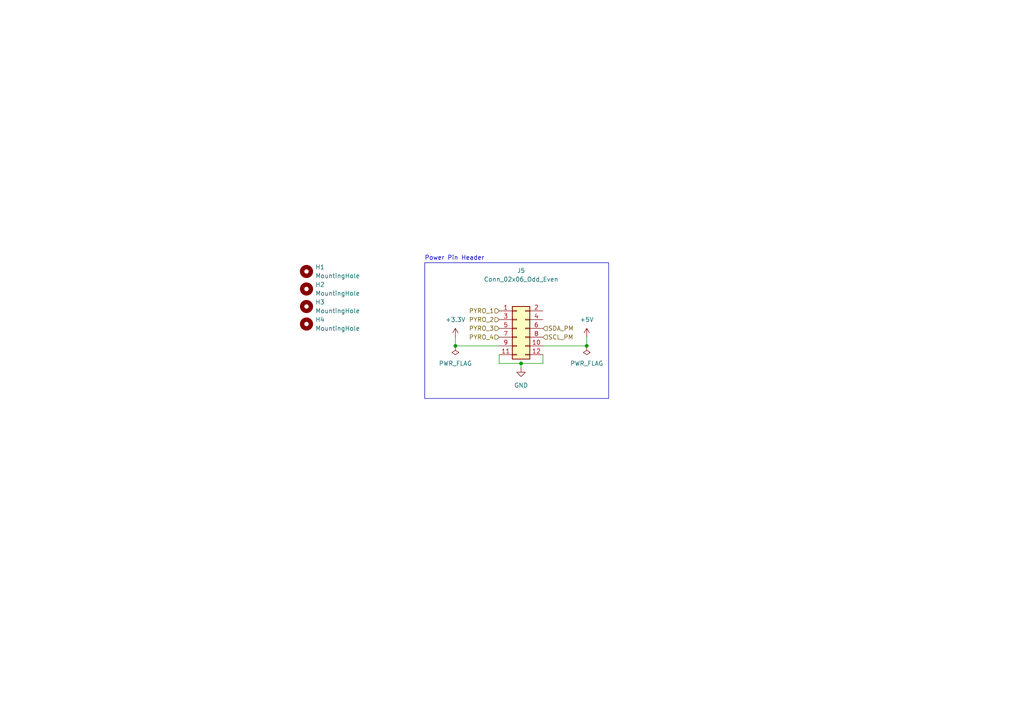
<source format=kicad_sch>
(kicad_sch (version 20231120) (generator "eeschema") (generator_version "8.0")
  (paper "A4")
  (lib_symbols
    (symbol "Connector_Generic:Conn_02x06_Odd_Even" (pin_names (offset 1.016) hide)
      (property "Reference" "J" (at 1.27 7.62 0))
      (property "Value" "Conn_02x06_Odd_Even" (at 1.27 -10.16 0))
      (symbol "Conn_02x06_Odd_Even_1_1"
        (rectangle (start -1.27 -7.493) (end 0 -7.747) (stroke (width 0.1524)))
        (rectangle (start -1.27 -4.953) (end 0 -5.207) (stroke (width 0.1524)))
        (rectangle (start -1.27 -2.413) (end 0 -2.667) (stroke (width 0.1524)))
        (rectangle (start -1.27 0.127) (end 0 -0.127) (stroke (width 0.1524)))
        (rectangle (start -1.27 2.667) (end 0 2.413) (stroke (width 0.1524)))
        (rectangle (start -1.27 5.207) (end 0 4.953) (stroke (width 0.1524)))
        (rectangle (start -1.27 6.35) (end 3.81 -8.89) (stroke (width 0.254)) (fill (type background)))
        (rectangle (start 3.81 -7.493) (end 2.54 -7.747) (stroke (width 0.1524)))
        (rectangle (start 3.81 -4.953) (end 2.54 -5.207) (stroke (width 0.1524)))
        (rectangle (start 3.81 -2.413) (end 2.54 -2.667) (stroke (width 0.1524)))
        (rectangle (start 3.81 0.127) (end 2.54 -0.127) (stroke (width 0.1524)))
        (rectangle (start 3.81 2.667) (end 2.54 2.413) (stroke (width 0.1524)))
        (rectangle (start 3.81 5.207) (end 2.54 4.953) (stroke (width 0.1524)))
        (pin passive line (at -5.08 5.08 0) (length 3.81) (name "Pin_1") (number "1"))
        (pin passive line (at 7.62 -5.08 180) (length 3.81) (name "Pin_10") (number "10"))
        (pin passive line (at -5.08 -7.62 0) (length 3.81) (name "Pin_11") (number "11"))
        (pin passive line (at 7.62 -7.62 180) (length 3.81) (name "Pin_12") (number "12"))
        (pin passive line (at 7.62 5.08 180) (length 3.81) (name "Pin_2") (number "2"))
        (pin passive line (at -5.08 2.54 0) (length 3.81) (name "Pin_3") (number "3"))
        (pin passive line (at 7.62 2.54 180) (length 3.81) (name "Pin_4") (number "4"))
        (pin passive line (at -5.08 0 0) (length 3.81) (name "Pin_5") (number "5"))
        (pin passive line (at 7.62 0 180) (length 3.81) (name "Pin_6") (number "6"))
        (pin passive line (at -5.08 -2.54 0) (length 3.81) (name "Pin_7") (number "7"))
        (pin passive line (at 7.62 -2.54 180) (length 3.81) (name "Pin_8") (number "8"))
        (pin passive line (at -5.08 -5.08 0) (length 3.81) (name "Pin_9") (number "9"))
      )
    )
    (symbol "Mechanical:MountingHole" (pin_names (offset 1.016)) (exclude_from_sim yes) (in_bom no)
      (property "Reference" "H" (at 0 5.08 0))
      (property "Value" "MountingHole" (at 0 3.175 0))
      (symbol "MountingHole_0_1"
        (circle (center 0 0) (radius 1.27) (stroke (width 1.27)))
      )
    )
    (symbol "power:+3.3V" (power) (pin_numbers hide) (pin_names (offset 0) hide)
      (property "Value" "+3.3V" (at 0 3.556 0))
      (symbol "+3.3V_0_1"
        (polyline (pts (xy -0.762 1.27) (xy 0 2.54)))
        (polyline (pts (xy 0 0) (xy 0 2.54)))
        (polyline (pts (xy 0 2.54) (xy 0.762 1.27)))
      )
      (symbol "+3.3V_1_1"
        (pin power_in line (at 0 0 90) (length 0) (name "~") (number "1"))
      )
    )
    (symbol "power:+5V" (power) (pin_numbers hide) (pin_names (offset 0) hide)
      (property "Value" "+5V" (at 0 3.556 0))
      (symbol "+5V_0_1"
        (polyline (pts (xy -0.762 1.27) (xy 0 2.54)))
        (polyline (pts (xy 0 0) (xy 0 2.54)))
        (polyline (pts (xy 0 2.54) (xy 0.762 1.27)))
      )
      (symbol "+5V_1_1"
        (pin power_in line (at 0 0 90) (length 0) (name "~") (number "1"))
      )
    )
    (symbol "power:GND" (power) (pin_numbers hide) (pin_names (offset 0) hide)
      (property "Value" "GND" (at 0 -3.81 0))
      (symbol "GND_0_1"
        (polyline (pts (xy 0 0) (xy 0 -1.27) (xy 1.27 -1.27) (xy 0 -2.54) (xy -1.27 -1.27) (xy 0 -1.27)))
      )
      (symbol "GND_1_1"
        (pin power_in line (at 0 0 270) (length 0) (name "~") (number "1"))
      )
    )
    (symbol "power:PWR_FLAG" (power) (pin_numbers hide) (pin_names (offset 0) hide)
      (property "Value" "PWR_FLAG" (at 0 3.81 0))
      (symbol "PWR_FLAG_0_0"
        (pin power_out line (at 0 0 90) (length 0) (name "~") (number "1"))
      )
      (symbol "PWR_FLAG_0_1"
        (polyline (pts (xy 0 0) (xy 0 1.27) (xy -1.016 1.905) (xy 0 2.54) (xy 1.016 1.905) (xy 0 1.27)))
      )
    )
  )
  (junction (at 170.18 100.33))
  (junction (at 151.13 105.41))
  (junction (at 132.08 100.33))
  (wire (pts (xy 157.48 105.41) (xy 157.48 102.87)))
  (wire (pts (xy 157.48 100.33) (xy 170.18 100.33)))
  (wire (pts (xy 132.08 97.79) (xy 132.08 100.33)))
  (wire (pts (xy 151.13 105.41) (xy 151.13 106.68)))
  (wire (pts (xy 144.78 102.87) (xy 144.78 105.41)))
  (wire (pts (xy 144.78 100.33) (xy 132.08 100.33)))
  (wire (pts (xy 151.13 105.41) (xy 157.48 105.41)))
  (wire (pts (xy 170.18 97.79) (xy 170.18 100.33)))
  (wire (pts (xy 144.78 105.41) (xy 151.13 105.41)))
  (rectangle (start 123.19 76.2) (end 176.53 115.57))
  (text "Power Pin Header" (at 131.826 74.93 0) (effects (font (size 1.27 1.27))))
  (hierarchical_label "PYRO_1" (shape input) (at 144.78 90.17 180))
  (hierarchical_label "SDA_PM" (shape input) (at 157.48 95.25 0))
  (hierarchical_label "PYRO_4" (shape input) (at 144.78 97.79 180))
  (hierarchical_label "SCL_PM" (shape input) (at 157.48 97.79 0))
  (hierarchical_label "PYRO_2" (shape input) (at 144.78 92.71 180))
  (hierarchical_label "PYRO_3" (shape input) (at 144.78 95.25 180))
  (symbol (lib_id "power:PWR_FLAG") (at 170.18 100.33 180) (unit 1)
    (property "Reference" "#FLG04" (effects (hide yes)))
    (property "Value" "PWR_FLAG" (at 170.18 105.41 0))
    (property "Description" "Special symbol for telling ERC where power comes from" (effects (hide yes)))
  )
  (symbol (lib_id "Connector_Generic:Conn_02x06_Odd_Even") (at 149.86 95.25 0) (unit 1)
    (property "Reference" "J5" (at 151.13 78.486 0))
    (property "Value" "Conn_02x06_Odd_Even" (at 151.13 81.026 0))
    (property "Footprint" "Connector_PinSocket_2.54mm:PinSocket_2x06_P2.54mm_Vertical_SMD" (effects (hide yes)))
    (property "Description" "Generic connector, double row, 02x06, odd/even pin numbering scheme (row 1 odd numbers, row 2 even numbers), script generated (kicad-library-utils/schlib/autogen/connector/)" (effects (hide yes)))
  )
  (symbol (lib_id "Mechanical:MountingHole") (at 88.9 78.74 0) (unit 1) (exclude_from_sim yes) (in_bom no)
    (property "Reference" "H1" (at 91.44 77.4699 0) (effects (justify left)))
    (property "Value" "MountingHole" (at 91.44 80.0099 0) (effects (justify left)))
    (property "Footprint" "MountingHole:MountingHole_2.2mm_M2_DIN965_Pad" (effects (hide yes)))
    (property "Description" "Mounting Hole without connection" (effects (hide yes)))
  )
  (symbol (lib_id "Mechanical:MountingHole") (at 88.9 83.82 0) (unit 1) (exclude_from_sim yes) (in_bom no)
    (property "Reference" "H2" (at 91.44 82.5499 0) (effects (justify left)))
    (property "Value" "MountingHole" (at 91.44 85.0899 0) (effects (justify left)))
    (property "Footprint" "MountingHole:MountingHole_2.2mm_M2_DIN965_Pad" (effects (hide yes)))
    (property "Description" "Mounting Hole without connection" (effects (hide yes)))
  )
  (symbol (lib_id "Mechanical:MountingHole") (at 88.9 93.98 0) (unit 1) (exclude_from_sim yes) (in_bom no)
    (property "Reference" "H4" (at 91.44 92.7099 0) (effects (justify left)))
    (property "Value" "MountingHole" (at 91.44 95.2499 0) (effects (justify left)))
    (property "Footprint" "MountingHole:MountingHole_2.2mm_M2_DIN965_Pad" (effects (hide yes)))
    (property "Description" "Mounting Hole without connection" (effects (hide yes)))
  )
  (symbol (lib_id "power:+5V") (at 170.18 97.79 0) (unit 1)
    (property "Reference" "#PWR020" (effects (hide yes)))
    (property "Value" "+5V" (at 170.18 92.71 0))
    (property "Description" "Power symbol creates a global label with name \"+5V\"" (effects (hide yes)))
  )
  (symbol (lib_id "power:PWR_FLAG") (at 132.08 100.33 180) (unit 1)
    (property "Reference" "#FLG03" (effects (hide yes)))
    (property "Value" "PWR_FLAG" (at 132.08 105.41 0))
    (property "Description" "Special symbol for telling ERC where power comes from" (effects (hide yes)))
  )
  (symbol (lib_id "power:GND") (at 151.13 106.68 0) (unit 1)
    (property "Reference" "#PWR019" (effects (hide yes)))
    (property "Value" "GND" (at 151.13 111.76 0))
    (property "Description" "Power symbol creates a global label with name \"GND\" , ground" (effects (hide yes)))
  )
  (symbol (lib_id "power:+3.3V") (at 132.08 97.79 0) (unit 1)
    (property "Reference" "#PWR018" (effects (hide yes)))
    (property "Value" "+3.3V" (at 132.08 92.71 0))
    (property "Description" "Power symbol creates a global label with name \"+3.3V\"" (effects (hide yes)))
  )
  (symbol (lib_id "Mechanical:MountingHole") (at 88.9 88.9 0) (unit 1) (exclude_from_sim yes) (in_bom no)
    (property "Reference" "H3" (at 91.44 87.6299 0) (effects (justify left)))
    (property "Value" "MountingHole" (at 91.44 90.1699 0) (effects (justify left)))
    (property "Footprint" "MountingHole:MountingHole_2.2mm_M2_DIN965_Pad" (effects (hide yes)))
    (property "Description" "Mounting Hole without connection" (effects (hide yes)))
  )
)
</source>
